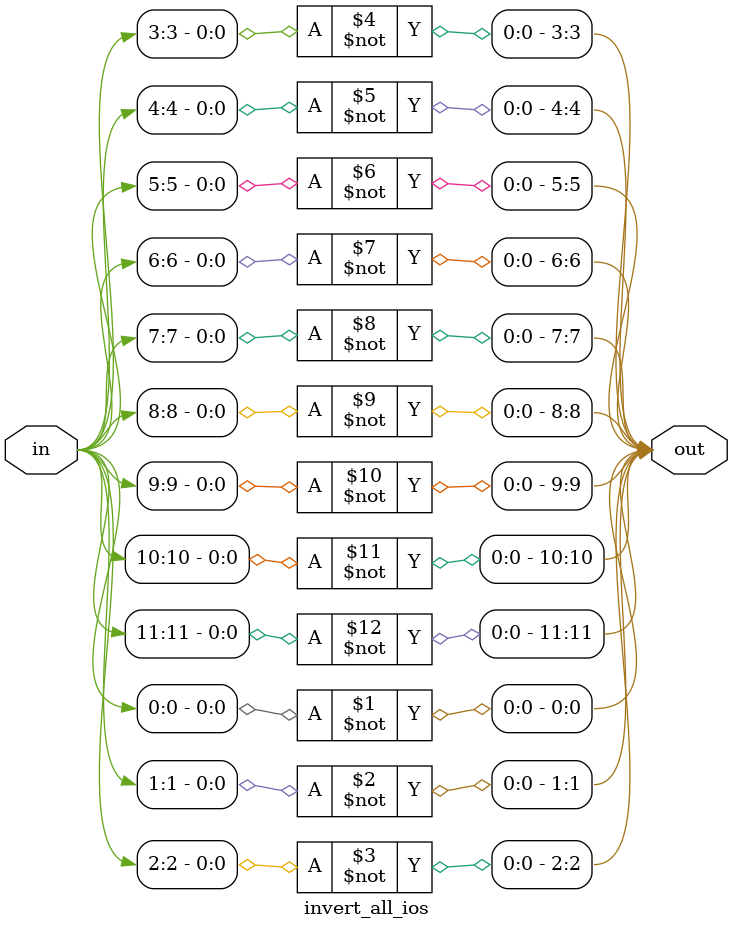
<source format=v>
module invert_all_ios(
  
  input wire [11:0] in,
  output wire [11:0] out
);

assign out[0] = ~in[0];
assign out[1] = ~in[1];
assign out[2] = ~in[2];
assign out[3] = ~in[3];
assign out[4] = ~in[4];
assign out[5] = ~in[5];
assign out[6] = ~in[6];
assign out[7] = ~in[7];
assign out[8] = ~in[8];
assign out[9] = ~in[9];
assign out[10] = ~in[10];
assign out[11] = ~in[11];

endmodule
</source>
